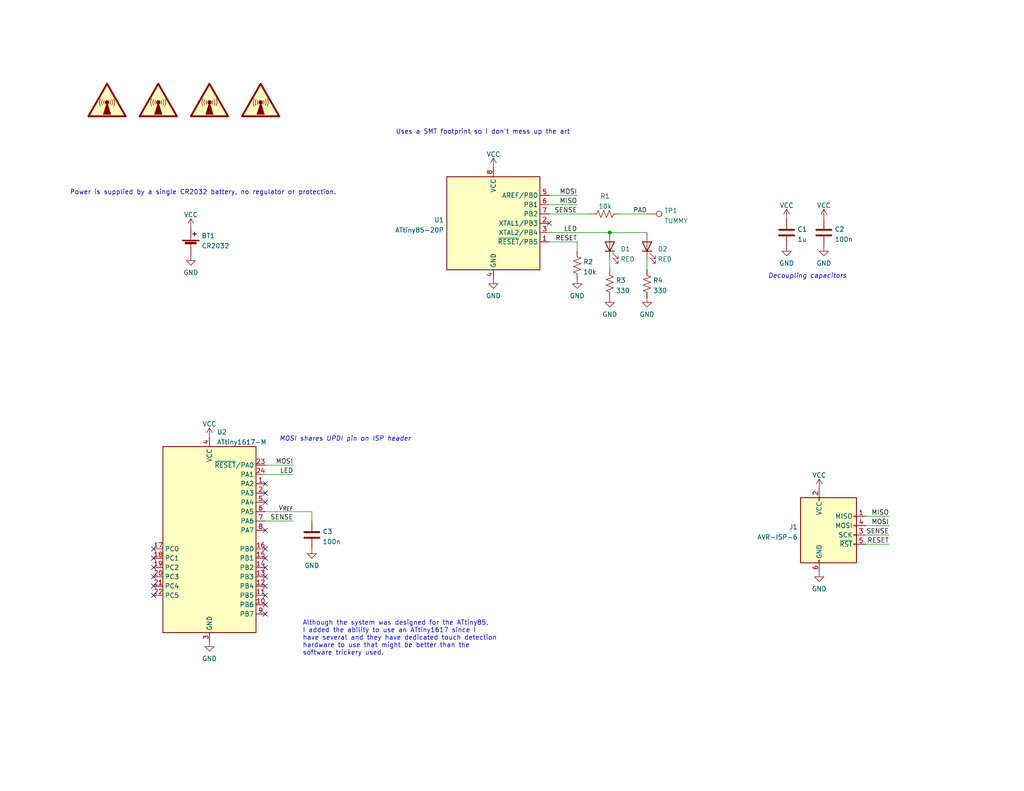
<source format=kicad_sch>
(kicad_sch (version 20230121) (generator eeschema)
  (paper "USLetter")
  (title_block (title "Capacitve Sensing Raccoon") (date "2024-01-03") (rev "2.1") (company "Savo Bajic") (comment 1 "Although originally designed for ATtiny85, allows for ATtiny1617") (comment 4 "A small circuit to be handed out as a gift"))
  (lib_symbols
    (symbol "Connector:AVR-ISP-6" (pin_names (offset 1.016))
      (property "Reference" "J" (at -6.35 11.43 0))
      (property "Value" "AVR-ISP-6" (at 0 11.43 0))
      (symbol "AVR-ISP-6_0_1"
        (rectangle (start -2.667 -6.858) (end -2.413 -7.62))
        (rectangle (start -2.667 10.16) (end -2.413 9.398))
        (rectangle (start 7.62 -2.413) (end 6.858 -2.667))
        (rectangle (start 7.62 0.127) (end 6.858 -0.127))
        (rectangle (start 7.62 2.667) (end 6.858 2.413))
        (rectangle (start 7.62 5.207) (end 6.858 4.953))
        (rectangle (start 7.62 10.16) (end -7.62 -7.62) (stroke (width 0.254)) (fill (type background)))
      )
      (symbol "AVR-ISP-6_1_1"
        (pin passive line (at 10.16 5.08 180) (length 2.54) (name "MISO") (number "1"))
        (pin passive line (at -2.54 12.7 270) (length 2.54) (name "VCC") (number "2"))
        (pin passive line (at 10.16 0 180) (length 2.54) (name "SCK") (number "3"))
        (pin passive line (at 10.16 2.54 180) (length 2.54) (name "MOSI") (number "4"))
        (pin passive line (at 10.16 -2.54 180) (length 2.54) (name "~{RST}") (number "5"))
        (pin passive line (at -2.54 -10.16 90) (length 2.54) (name "GND") (number "6"))
      )
    )
    (symbol "Connector:TestPoint" (pin_numbers hide) (pin_names (offset 0.762) hide)
      (property "Reference" "TP" (at 0 6.858 0))
      (property "Value" "TestPoint" (at 0 5.08 0))
      (symbol "TestPoint_0_1"
        (circle (center 0 3.302) (radius 0.762))
      )
      (symbol "TestPoint_1_1"
        (pin passive line (at 0 0 90) (length 2.54) (name "1") (number "1"))
      )
    )
    (symbol "Device:Battery_Cell" (pin_numbers hide) (pin_names (offset 0) hide)
      (property "Reference" "BT" (at 2.54 2.54 0))
      (property "Value" "Battery_Cell" (at 2.54 0 0))
      (symbol "Battery_Cell_0_1"
        (rectangle (start -2.286 1.778) (end 2.286 1.524) (fill (type outline)))
        (rectangle (start -1.5748 1.1938) (end 1.4732 0.6858) (fill (type outline)))
        (polyline (pts (xy 0 0.762) (xy 0 0)))
        (polyline (pts (xy 0 1.778) (xy 0 2.54)))
        (polyline (pts (xy 0.508 3.429) (xy 1.524 3.429)) (stroke (width 0.254)))
        (polyline (pts (xy 1.016 3.937) (xy 1.016 2.921)) (stroke (width 0.254)))
      )
      (symbol "Battery_Cell_1_1"
        (pin passive line (at 0 5.08 270) (length 2.54) (name "+") (number "1"))
        (pin passive line (at 0 -2.54 90) (length 2.54) (name "-") (number "2"))
      )
    )
    (symbol "Device:C" (pin_numbers hide) (pin_names (offset 0.254))
      (property "Reference" "C" (at 0.635 2.54 0))
      (property "Value" "C" (at 0.635 -2.54 0))
      (symbol "C_0_1"
        (polyline (pts (xy -2.032 -0.762) (xy 2.032 -0.762)) (stroke (width 0.508)))
        (polyline (pts (xy -2.032 0.762) (xy 2.032 0.762)) (stroke (width 0.508)))
      )
      (symbol "C_1_1"
        (pin passive line (at 0 3.81 270) (length 2.794) (name "~") (number "1"))
        (pin passive line (at 0 -3.81 90) (length 2.794) (name "~") (number "2"))
      )
    )
    (symbol "Device:LED" (pin_numbers hide) (pin_names (offset 1.016) hide)
      (property "Reference" "D" (at 0 2.54 0))
      (property "Value" "LED" (at 0 -2.54 0))
      (symbol "LED_0_1"
        (polyline (pts (xy -1.27 -1.27) (xy -1.27 1.27)) (stroke (width 0.254)))
        (polyline (pts (xy -1.27 0) (xy 1.27 0)))
        (polyline (pts (xy 1.27 -1.27) (xy 1.27 1.27) (xy -1.27 0) (xy 1.27 -1.27)) (stroke (width 0.254)))
        (polyline (pts (xy -3.048 -0.762) (xy -4.572 -2.286) (xy -3.81 -2.286) (xy -4.572 -2.286) (xy -4.572 -1.524)))
        (polyline (pts (xy -1.778 -0.762) (xy -3.302 -2.286) (xy -2.54 -2.286) (xy -3.302 -2.286) (xy -3.302 -1.524)))
      )
      (symbol "LED_1_1"
        (pin passive line (at -3.81 0 0) (length 2.54) (name "K") (number "1"))
        (pin passive line (at 3.81 0 180) (length 2.54) (name "A") (number "2"))
      )
    )
    (symbol "Device:R_US" (pin_numbers hide) (pin_names (offset 0))
      (property "Reference" "R" (at 2.54 0 90))
      (property "Value" "R_US" (at -2.54 0 90))
      (symbol "R_US_0_1"
        (polyline (pts (xy 0 -2.286) (xy 0 -2.54)))
        (polyline (pts (xy 0 2.286) (xy 0 2.54)))
        (polyline (pts (xy 0 -0.762) (xy 1.016 -1.143) (xy 0 -1.524) (xy -1.016 -1.905) (xy 0 -2.286)))
        (polyline (pts (xy 0 0.762) (xy 1.016 0.381) (xy 0 0) (xy -1.016 -0.381) (xy 0 -0.762)))
        (polyline (pts (xy 0 2.286) (xy 1.016 1.905) (xy 0 1.524) (xy -1.016 1.143) (xy 0 0.762)))
      )
      (symbol "R_US_1_1"
        (pin passive line (at 0 3.81 270) (length 1.27) (name "~") (number "1"))
        (pin passive line (at 0 -3.81 90) (length 1.27) (name "~") (number "2"))
      )
    )
    (symbol "Graphic:SYM_Radio_Waves_Large" (pin_names (offset 1.016) hide)
      (symbol "SYM_Radio_Waves_Large_0_1"
        (arc (start -1.778 -0.254) (mid -2.0478 -1.27) (end -1.778 -2.286))
        (arc (start -1.27 -0.508) (mid -1.4811 -1.27) (end -1.27 -2.032))
        (arc (start -0.762 -0.762) (mid -0.9158 -1.27) (end -0.762 -1.778))
        (circle (center 0 -1.27) (radius 0.508) (fill (type outline)))
        (polyline (pts (xy -5.08 -5.08) (xy 5.08 -5.08) (xy 0 3.81) (xy -5.08 -5.08)) (stroke (width 0.508)) (fill (type background)))
        (polyline (pts (xy -1.016 -4.572) (xy 1.016 -4.572) (xy 0 -1.27) (xy -1.016 -4.572)) (fill (type outline)))
        (arc (start 0.762 -1.778) (mid 0.9158 -1.27) (end 0.762 -0.762))
        (arc (start 1.27 -2.032) (mid 1.4811 -1.27) (end 1.27 -0.508))
        (arc (start 1.778 -2.286) (mid 2.0478 -1.27) (end 1.778 -0.254))
      )
    )
    (symbol "MCU_Microchip_ATtiny:ATtiny1617-M"
      (property "Reference" "U" (at -12.7 26.67 0))
      (property "Value" "ATtiny1617-M" (at 2.54 -26.67 0))
      (symbol "ATtiny1617-M_0_1"
        (rectangle (start -12.7 -25.4) (end 12.7 25.4) (stroke (width 0.254)) (fill (type background)))
      )
      (symbol "ATtiny1617-M_1_1"
        (pin bidirectional line (at 15.24 15.24 180) (length 2.54) (name "PA2") (number "1"))
        (pin bidirectional line (at 15.24 -17.78 180) (length 2.54) (name "PB6") (number "10"))
        (pin bidirectional line (at 15.24 -15.24 180) (length 2.54) (name "PB5") (number "11"))
        (pin bidirectional line (at 15.24 -12.7 180) (length 2.54) (name "PB4") (number "12"))
        (pin bidirectional line (at 15.24 -10.16 180) (length 2.54) (name "PB3") (number "13"))
        (pin bidirectional line (at 15.24 -7.62 180) (length 2.54) (name "PB2") (number "14"))
        (pin bidirectional line (at 15.24 -5.08 180) (length 2.54) (name "PB1") (number "15"))
        (pin bidirectional line (at 15.24 -2.54 180) (length 2.54) (name "PB0") (number "16"))
        (pin bidirectional line (at -15.24 -2.54 0) (length 2.54) (name "PC0") (number "17"))
        (pin bidirectional line (at -15.24 -5.08 0) (length 2.54) (name "PC1") (number "18"))
        (pin bidirectional line (at -15.24 -7.62 0) (length 2.54) (name "PC2") (number "19"))
        (pin bidirectional line (at 15.24 12.7 180) (length 2.54) (name "PA3") (number "2"))
        (pin bidirectional line (at -15.24 -10.16 0) (length 2.54) (name "PC3") (number "20"))
        (pin bidirectional line (at -15.24 -12.7 0) (length 2.54) (name "PC4") (number "21"))
        (pin bidirectional line (at -15.24 -15.24 0) (length 2.54) (name "PC5") (number "22"))
        (pin bidirectional line (at 15.24 20.32 180) (length 2.54) (name "~{RESET}/PA0") (number "23"))
        (pin bidirectional line (at 15.24 17.78 180) (length 2.54) (name "PA1") (number "24"))
        (pin passive line (at 0 -27.94 90) (length 2.54) hide (name "GND") (number "25"))
        (pin power_in line (at 0 -27.94 90) (length 2.54) (name "GND") (number "3"))
        (pin power_in line (at 0 27.94 270) (length 2.54) (name "VCC") (number "4"))
        (pin bidirectional line (at 15.24 10.16 180) (length 2.54) (name "PA4") (number "5"))
        (pin bidirectional line (at 15.24 7.62 180) (length 2.54) (name "PA5") (number "6"))
        (pin bidirectional line (at 15.24 5.08 180) (length 2.54) (name "PA6") (number "7"))
        (pin bidirectional line (at 15.24 2.54 180) (length 2.54) (name "PA7") (number "8"))
        (pin bidirectional line (at 15.24 -20.32 180) (length 2.54) (name "PB7") (number "9"))
      )
    )
    (symbol "MCU_Microchip_ATtiny:ATtiny85-20P"
      (property "Reference" "U" (at -12.7 13.97 0))
      (property "Value" "ATtiny85-20P" (at 2.54 -13.97 0))
      (symbol "ATtiny85-20P_0_1"
        (rectangle (start -12.7 -12.7) (end 12.7 12.7) (stroke (width 0.254)) (fill (type background)))
      )
      (symbol "ATtiny85-20P_1_1"
        (pin bidirectional line (at 15.24 -5.08 180) (length 2.54) (name "~{RESET}/PB5") (number "1"))
        (pin bidirectional line (at 15.24 0 180) (length 2.54) (name "XTAL1/PB3") (number "2"))
        (pin bidirectional line (at 15.24 -2.54 180) (length 2.54) (name "XTAL2/PB4") (number "3"))
        (pin power_in line (at 0 -15.24 90) (length 2.54) (name "GND") (number "4"))
        (pin bidirectional line (at 15.24 7.62 180) (length 2.54) (name "AREF/PB0") (number "5"))
        (pin bidirectional line (at 15.24 5.08 180) (length 2.54) (name "PB1") (number "6"))
        (pin bidirectional line (at 15.24 2.54 180) (length 2.54) (name "PB2") (number "7"))
        (pin power_in line (at 0 15.24 270) (length 2.54) (name "VCC") (number "8"))
      )
    )
    (symbol "power:GND" (power) (pin_names (offset 0))
      (property "Value" "GND" (at 0 -3.81 0))
      (symbol "GND_0_1"
        (polyline (pts (xy 0 0) (xy 0 -1.27) (xy 1.27 -1.27) (xy 0 -2.54) (xy -1.27 -1.27) (xy 0 -1.27)))
      )
      (symbol "GND_1_1"
        (pin power_in line (at 0 0 270) (length 0) hide (name "GND") (number "1"))
      )
    )
    (symbol "power:VCC" (power) (pin_names (offset 0))
      (property "Value" "VCC" (at 0 3.81 0))
      (symbol "VCC_0_1"
        (polyline (pts (xy -0.762 1.27) (xy 0 2.54)))
        (polyline (pts (xy 0 0) (xy 0 2.54)))
        (polyline (pts (xy 0 2.54) (xy 0.762 1.27)))
      )
      (symbol "VCC_1_1"
        (pin power_in line (at 0 0 90) (length 0) hide (name "VCC") (number "1"))
      )
    )
  )
  (junction (at 166.37 63.5))
  (no_connect (at 41.91 157.48))
  (no_connect (at 72.39 162.56))
  (no_connect (at 72.39 165.1))
  (no_connect (at 72.39 167.64))
  (no_connect (at 41.91 152.4))
  (no_connect (at 41.91 162.56))
  (no_connect (at 41.91 154.94))
  (no_connect (at 149.86 60.96))
  (no_connect (at 41.91 160.02))
  (no_connect (at 41.91 149.86))
  (no_connect (at 72.39 137.16))
  (no_connect (at 72.39 144.78))
  (no_connect (at 72.39 134.62))
  (no_connect (at 72.39 132.08))
  (no_connect (at 72.39 160.02))
  (no_connect (at 72.39 157.48))
  (no_connect (at 72.39 152.4))
  (no_connect (at 72.39 154.94))
  (no_connect (at 72.39 149.86))
  (wire (pts (xy 72.39 142.24) (xy 80.01 142.24)))
  (wire (pts (xy 236.22 143.51) (xy 242.57 143.51)))
  (wire (pts (xy 236.22 148.59) (xy 242.57 148.59)))
  (wire (pts (xy 166.37 71.12) (xy 166.37 73.66)))
  (wire (pts (xy 72.39 139.7) (xy 85.09 139.7)))
  (wire (pts (xy 166.37 63.5) (xy 176.53 63.5)))
  (wire (pts (xy 149.86 58.42) (xy 161.29 58.42)))
  (wire (pts (xy 149.86 55.88) (xy 157.48 55.88)))
  (wire (pts (xy 149.86 66.04) (xy 157.48 66.04)))
  (wire (pts (xy 157.48 66.04) (xy 157.48 68.58)))
  (wire (pts (xy 85.09 139.7) (xy 85.09 142.24)))
  (wire (pts (xy 72.39 127) (xy 80.01 127)))
  (wire (pts (xy 149.86 53.34) (xy 157.48 53.34)))
  (wire (pts (xy 149.86 63.5) (xy 166.37 63.5)))
  (wire (pts (xy 236.22 146.05) (xy 242.57 146.05)))
  (wire (pts (xy 236.22 140.97) (xy 242.57 140.97)))
  (wire (pts (xy 168.91 58.42) (xy 176.53 58.42)))
  (wire (pts (xy 72.39 129.54) (xy 80.01 129.54)))
  (wire (pts (xy 176.53 73.66) (xy 176.53 71.12)))
  (text "Although the system was designed for the ATtiny85,\nI added the ability to use an ATtiny1617 since I \nhave several and they have dedicated touch detection\nhardware to use that might be better than the\nsoftware trickery used." (at 82.55 179.07 0) (effects (font (size 1.27 1.27)) (justify left bottom)))
  (text "MOSI shares UPDI pin on ISP header" (at 76.2 120.65 0) (effects (font (size 1.27 1.27) italic) (justify left bottom)))
  (text "Decoupling capacitors" (at 209.55 76.2 0) (effects (font (size 1.27 1.27) italic) (justify left bottom)))
  (text "Power is supplied by a single CR2032 battery, no regulator or protection." (at 19.05 53.34 0) (effects (font (size 1.27 1.27)) (justify left bottom)))
  (text "Uses a SMT footprint so I don't mess up the art" (at 107.95 36.83 0) (effects (font (size 1.27 1.27)) (justify left bottom)))
  (label "RESET" (at 242.57 148.59 180))
  (label "RESET" (at 157.48 66.04 180))
  (label "SENSE" (at 80.01 142.24 180))
  (label "MOSI" (at 242.57 143.51 180))
  (label "V_{REF}" (at 80.01 139.7 180) (effects (font italic)))
  (label "SENSE" (at 157.48 58.42 180))
  (label "LED" (at 157.48 63.5 180))
  (label "MISO" (at 157.48 55.88 180))
  (label "MOSI" (at 80.01 127 180))
  (label "PAD" (at 176.53 58.42 180))
  (label "LED" (at 80.01 129.54 180))
  (label "MISO" (at 242.57 140.97 180))
  (label "MOSI" (at 157.48 53.34 180))
  (label "SENSE" (at 242.57 146.05 180))
  (symbol (lib_id "power:VCC") (at 224.79 59.69 0) (unit 1)
    (property "Reference" "#PWR03" (effects hide))
    (property "Value" "VCC" (at 224.79 56.0855 0))
  )
  (symbol (lib_id "Device:R_US") (at 176.53 77.47 0) (unit 1)
    (property "Reference" "R4" (at 178.181 76.5615 0) (effects (justify left)))
    (property "Value" "330" (at 178.181 79.3366 0) (effects (justify left)))
    (property "Footprint" "Resistor_SMD:R_0603_1608Metric" (effects hide))
  )
  (symbol (lib_id "power:VCC") (at 134.62 45.72 0) (unit 1)
    (property "Reference" "#PWR01" (effects hide))
    (property "Value" "VCC" (at 134.62 42.1155 0))
  )
  (symbol (lib_id "power:VCC") (at 57.15 119.38 0) (unit 1)
    (property "Reference" "#PWR012" (effects hide))
    (property "Value" "VCC" (at 57.15 115.7755 0))
  )
  (symbol (lib_id "Graphic:SYM_Radio_Waves_Large") (at 29.21 26.67 0) (unit 1)
    (property "Reference" "#SYM1" (effects hide))
    (property "Value" "SYM_Radio_Waves_Large" (effects hide))
    (property "Footprint" "raccoon-art:silkscreen" (effects hide))
  )
  (symbol (lib_id "power:GND") (at 157.48 76.2 0) (unit 1)
    (property "Reference" "#PWR09" (effects hide))
    (property "Value" "GND" (at 157.48 80.7625 0))
  )
  (symbol (lib_id "MCU_Microchip_ATtiny:ATtiny1617-M") (at 57.15 147.32 0) (unit 1)
    (property "Reference" "U2" (at 59.1694 117.9535 0) (effects (justify left)))
    (property "Value" "ATtiny1617-M" (at 59.1694 120.7286 0) (effects (justify left)))
    (property "Footprint" "Package_DFN_QFN:QFN-24-1EP_4x4mm_P0.5mm_EP2.6x2.6mm" (effects hide))
    (property "Datasheet" "http://ww1.microchip.com/downloads/en/DeviceDoc/ATtiny3217_1617-Data-Sheet-40001999B.pdf" (effects hide))
  )
  (symbol (lib_id "Graphic:SYM_Radio_Waves_Large") (at 43.18 26.67 0) (unit 1)
    (property "Reference" "#SYM2" (effects hide))
    (property "Value" "SYM_Radio_Waves_Large" (effects hide))
    (property "Footprint" "raccoon-art:outline" (effects hide))
  )
  (symbol (lib_id "power:VCC") (at 52.07 62.23 0) (unit 1)
    (property "Reference" "#PWR04" (effects hide))
    (property "Value" "VCC" (at 52.07 58.6255 0))
  )
  (symbol (lib_id "Graphic:SYM_Radio_Waves_Large") (at 57.15 26.67 0) (unit 1)
    (property "Reference" "#SYM3" (effects hide))
    (property "Value" "SYM_Radio_Waves_Large" (effects hide))
    (property "Footprint" "raccoon-art:copper openings" (effects hide))
  )
  (symbol (lib_id "Device:R_US") (at 166.37 77.47 0) (unit 1)
    (property "Reference" "R3" (at 168.021 76.5615 0) (effects (justify left)))
    (property "Value" "330" (at 168.021 79.3366 0) (effects (justify left)))
    (property "Footprint" "Resistor_SMD:R_0603_1608Metric" (effects hide))
  )
  (symbol (lib_id "power:GND") (at 224.79 67.31 0) (unit 1)
    (property "Reference" "#PWR06" (effects hide))
    (property "Value" "GND" (at 224.79 71.8725 0))
  )
  (symbol (lib_id "Connector:TestPoint") (at 176.53 58.42 270) (unit 1)
    (property "Reference" "TP1" (at 181.229 57.5115 90) (effects (justify left)))
    (property "Value" "TUMMY" (at 181.229 60.2866 90) (effects (justify left)))
    (property "Footprint" "raccoon-art:tummy" (effects hide))
  )
  (symbol (lib_id "Device:R_US") (at 165.1 58.42 90) (unit 1)
    (property "Reference" "R1" (at 165.1 53.5645 90))
    (property "Value" "10k" (at 165.1 56.3396 90))
    (property "Footprint" "Resistor_SMD:R_0603_1608Metric" (effects hide))
  )
  (symbol (lib_id "Connector:AVR-ISP-6") (at 226.06 146.05 0) (unit 1)
    (property "Reference" "J1" (at 217.6781 143.8715 0) (effects (justify right)))
    (property "Value" "AVR-ISP-6" (at 217.6781 146.6466 0) (effects (justify right)))
    (property "Footprint" "Connector_PinHeader_2.54mm:PinHeader_2x03_P2.54mm_Vertical_SMD" (effects hide))
    (property "Datasheet" " ~" (effects hide))
  )
  (symbol (lib_id "power:GND") (at 52.07 69.85 0) (unit 1)
    (property "Reference" "#PWR07" (effects hide))
    (property "Value" "GND" (at 52.07 74.4125 0))
  )
  (symbol (lib_id "power:GND") (at 166.37 81.28 0) (unit 1)
    (property "Reference" "#PWR010" (effects hide))
    (property "Value" "GND" (at 166.37 85.8425 0))
  )
  (symbol (lib_id "power:VCC") (at 223.52 133.35 0) (unit 1)
    (property "Reference" "#PWR013" (effects hide))
    (property "Value" "VCC" (at 223.52 129.7455 0))
  )
  (symbol (lib_id "power:GND") (at 214.63 67.31 0) (unit 1)
    (property "Reference" "#PWR05" (effects hide))
    (property "Value" "GND" (at 214.63 71.8725 0))
  )
  (symbol (lib_id "Device:LED") (at 166.37 67.31 90) (unit 1)
    (property "Reference" "D1" (at 169.291 67.989 90) (effects (justify right)))
    (property "Value" "RED" (at 169.291 70.7641 90) (effects (justify right)))
    (property "Footprint" "Diode_SMD:D_0805_2012Metric" (effects hide))
  )
  (symbol (lib_id "power:GND") (at 134.62 76.2 0) (unit 1)
    (property "Reference" "#PWR08" (effects hide))
    (property "Value" "GND" (at 134.62 80.7625 0))
  )
  (symbol (lib_id "power:GND") (at 223.52 156.21 0) (unit 1)
    (property "Reference" "#PWR015" (effects hide))
    (property "Value" "GND" (at 223.52 160.7725 0))
  )
  (symbol (lib_id "Graphic:SYM_Radio_Waves_Large") (at 71.12 26.67 0) (unit 1)
    (property "Reference" "#SYM4" (effects hide))
    (property "Value" "SYM_Radio_Waves_Large" (effects hide))
    (property "Footprint" "raccoon-art:copper" (effects hide))
  )
  (symbol (lib_id "power:GND") (at 85.09 149.86 0) (unit 1)
    (property "Reference" "#PWR014" (effects hide))
    (property "Value" "GND" (at 85.09 154.4225 0))
  )
  (symbol (lib_id "Device:LED") (at 176.53 67.31 90) (unit 1)
    (property "Reference" "D2" (at 179.451 67.989 90) (effects (justify right)))
    (property "Value" "RED" (at 179.451 70.7641 90) (effects (justify right)))
    (property "Footprint" "Diode_SMD:D_0805_2012Metric" (effects hide))
  )
  (symbol (lib_id "Device:R_US") (at 157.48 72.39 0) (unit 1)
    (property "Reference" "R2" (at 159.131 71.4815 0) (effects (justify left)))
    (property "Value" "10k" (at 159.131 74.2566 0) (effects (justify left)))
    (property "Footprint" "Resistor_SMD:R_0603_1608Metric" (effects hide))
  )
  (symbol (lib_id "power:GND") (at 57.15 175.26 0) (unit 1)
    (property "Reference" "#PWR016" (effects hide))
    (property "Value" "GND" (at 57.15 179.8225 0))
  )
  (symbol (lib_id "Device:Battery_Cell") (at 52.07 67.31 0) (unit 1)
    (property "Reference" "BT1" (at 54.991 64.3695 0) (effects (justify left)))
    (property "Value" "CR2032" (at 54.991 67.1446 0) (effects (justify left)))
    (property "Footprint" "Battery:BatteryHolder_Keystone_3002_1x2032" (effects hide))
  )
  (symbol (lib_id "MCU_Microchip_ATtiny:ATtiny85-20P") (at 134.62 60.96 0) (unit 1)
    (property "Reference" "U1" (at 121.158 60.0515 0) (effects (justify right)))
    (property "Value" "ATtiny85-20P" (at 121.158 62.8266 0) (effects (justify right)))
    (property "Footprint" "Package_DIP:DIP-8_W7.62mm_SMDSocket_SmallPads" (effects hide))
    (property "Datasheet" "http://ww1.microchip.com/downloads/en/DeviceDoc/atmel-2586-avr-8-bit-microcontroller-attiny25-attiny45-attiny85_datasheet.pdf" (effects hide))
  )
  (symbol (lib_id "power:VCC") (at 214.63 59.69 0) (unit 1)
    (property "Reference" "#PWR02" (effects hide))
    (property "Value" "VCC" (at 214.63 56.0855 0))
  )
  (symbol (lib_id "power:GND") (at 176.53 81.28 0) (unit 1)
    (property "Reference" "#PWR011" (effects hide))
    (property "Value" "GND" (at 176.53 85.8425 0))
  )
  (symbol (lib_id "Device:C") (at 224.79 63.5 0) (unit 1)
    (property "Reference" "C2" (at 227.711 62.5915 0) (effects (justify left)))
    (property "Value" "100n" (at 227.711 65.3666 0) (effects (justify left)))
    (property "Footprint" "Capacitor_SMD:C_0603_1608Metric" (effects hide))
  )
  (symbol (lib_id "Device:C") (at 214.63 63.5 0) (unit 1)
    (property "Reference" "C1" (at 217.551 62.5915 0) (effects (justify left)))
    (property "Value" "1u" (at 217.551 65.3666 0) (effects (justify left)))
    (property "Footprint" "Capacitor_SMD:C_0603_1608Metric" (effects hide))
  )
  (symbol (lib_id "Device:C") (at 85.09 146.05 0) (unit 1)
    (property "Reference" "C3" (at 88.011 145.1415 0) (effects (justify left)))
    (property "Value" "100n" (at 88.011 147.9166 0) (effects (justify left)))
    (property "Footprint" "Capacitor_SMD:C_0603_1608Metric" (effects hide))
  )
)
</source>
